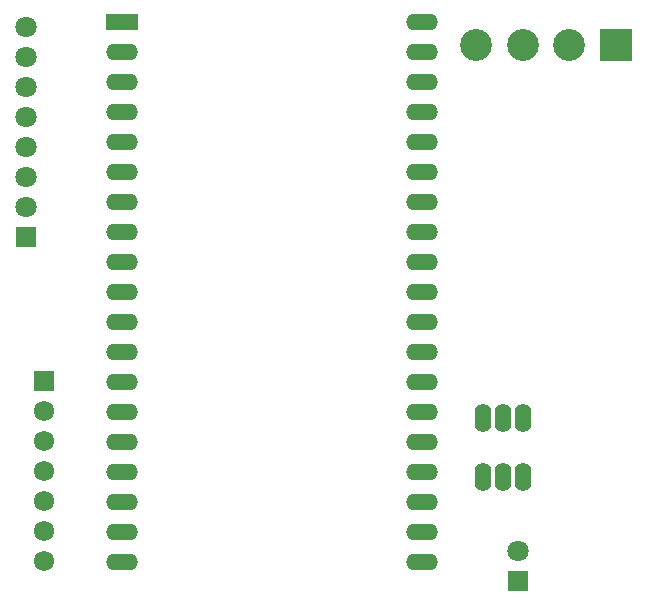
<source format=gts>
G04*
G04 #@! TF.GenerationSoftware,Altium Limited,Altium Designer,21.3.2 (30)*
G04*
G04 Layer_Color=8388736*
%FSTAX24Y24*%
%MOIN*%
G70*
G04*
G04 #@! TF.SameCoordinates,6B988B76-0ACF-4F39-8010-38100BFBF103*
G04*
G04*
G04 #@! TF.FilePolarity,Negative*
G04*
G01*
G75*
%ADD15O,0.0552X0.0946*%
%ADD16R,0.0710X0.0710*%
%ADD17C,0.0710*%
%ADD18C,0.1064*%
%ADD19R,0.1064X0.1064*%
%ADD20C,0.0678*%
%ADD21R,0.0678X0.0678*%
%ADD22R,0.1064X0.0552*%
%ADD23O,0.1064X0.0552*%
D15*
X051081Y0218D02*
D03*
X05175D02*
D03*
X052419D02*
D03*
Y023768D02*
D03*
X05175D02*
D03*
X051081D02*
D03*
D16*
X05225Y01835D02*
D03*
X03585Y0298D02*
D03*
D17*
X05225Y01935D02*
D03*
X03585Y0368D02*
D03*
Y0358D02*
D03*
Y0318D02*
D03*
Y0308D02*
D03*
Y0328D02*
D03*
Y0338D02*
D03*
Y0348D02*
D03*
D18*
X053959Y0362D02*
D03*
X0524D02*
D03*
X050841D02*
D03*
D19*
X055518D02*
D03*
D20*
X03645Y019D02*
D03*
Y02D02*
D03*
Y021D02*
D03*
Y022D02*
D03*
Y024D02*
D03*
Y023D02*
D03*
D21*
Y025D02*
D03*
D22*
X03905Y03697D02*
D03*
D23*
Y03597D02*
D03*
Y03497D02*
D03*
Y03397D02*
D03*
Y03297D02*
D03*
Y03197D02*
D03*
Y03097D02*
D03*
Y02997D02*
D03*
Y02897D02*
D03*
Y02797D02*
D03*
Y02697D02*
D03*
Y02597D02*
D03*
Y02497D02*
D03*
Y02397D02*
D03*
Y02297D02*
D03*
Y02197D02*
D03*
Y02097D02*
D03*
Y01997D02*
D03*
Y01897D02*
D03*
X04905Y03697D02*
D03*
Y03597D02*
D03*
Y03497D02*
D03*
Y03397D02*
D03*
Y03297D02*
D03*
Y03197D02*
D03*
Y03097D02*
D03*
Y02997D02*
D03*
Y02897D02*
D03*
Y02797D02*
D03*
Y02697D02*
D03*
Y02597D02*
D03*
Y02497D02*
D03*
Y02397D02*
D03*
Y02297D02*
D03*
Y02197D02*
D03*
Y02097D02*
D03*
Y01997D02*
D03*
Y01897D02*
D03*
M02*

</source>
